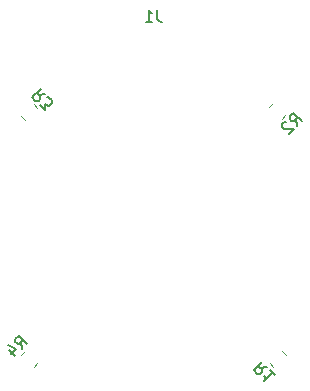
<source format=gbo>
%TF.GenerationSoftware,KiCad,Pcbnew,(6.0.1-0)*%
%TF.CreationDate,2022-03-28T18:36:01+02:00*%
%TF.ProjectId,Ring_Light_PCB,52696e67-5f4c-4696-9768-745f5043422e,1.0*%
%TF.SameCoordinates,Original*%
%TF.FileFunction,Legend,Bot*%
%TF.FilePolarity,Positive*%
%FSLAX46Y46*%
G04 Gerber Fmt 4.6, Leading zero omitted, Abs format (unit mm)*
G04 Created by KiCad (PCBNEW (6.0.1-0)) date 2022-03-28 18:36:01*
%MOMM*%
%LPD*%
G01*
G04 APERTURE LIST*
G04 Aperture macros list*
%AMRoundRect*
0 Rectangle with rounded corners*
0 $1 Rounding radius*
0 $2 $3 $4 $5 $6 $7 $8 $9 X,Y pos of 4 corners*
0 Add a 4 corners polygon primitive as box body*
4,1,4,$2,$3,$4,$5,$6,$7,$8,$9,$2,$3,0*
0 Add four circle primitives for the rounded corners*
1,1,$1+$1,$2,$3*
1,1,$1+$1,$4,$5*
1,1,$1+$1,$6,$7*
1,1,$1+$1,$8,$9*
0 Add four rect primitives between the rounded corners*
20,1,$1+$1,$2,$3,$4,$5,0*
20,1,$1+$1,$4,$5,$6,$7,0*
20,1,$1+$1,$6,$7,$8,$9,0*
20,1,$1+$1,$8,$9,$2,$3,0*%
%AMRotRect*
0 Rectangle, with rotation*
0 The origin of the aperture is its center*
0 $1 length*
0 $2 width*
0 $3 Rotation angle, in degrees counterclockwise*
0 Add horizontal line*
21,1,$1,$2,0,0,$3*%
G04 Aperture macros list end*
%ADD10C,0.150000*%
%ADD11C,0.120000*%
%ADD12R,1.700000X1.700000*%
%ADD13O,1.700000X1.700000*%
%ADD14RotRect,1.800000X1.800000X210.000000*%
%ADD15C,1.800000*%
%ADD16C,2.200000*%
%ADD17RotRect,1.800000X1.800000X330.000000*%
%ADD18RotRect,1.800000X1.800000X240.000000*%
%ADD19RotRect,1.800000X1.800000X300.000000*%
%ADD20R,1.800000X1.800000*%
%ADD21RotRect,1.800000X1.800000X120.000000*%
%ADD22RotRect,1.800000X1.800000X150.000000*%
%ADD23RotRect,1.800000X1.800000X60.000000*%
%ADD24RotRect,1.800000X1.800000X30.000000*%
%ADD25C,2.000000*%
%ADD26RoundRect,0.250000X-0.565685X-0.070711X-0.070711X-0.565685X0.565685X0.070711X0.070711X0.565685X0*%
%ADD27RoundRect,0.250000X0.070711X-0.565685X0.565685X-0.070711X-0.070711X0.565685X-0.565685X0.070711X0*%
%ADD28RoundRect,0.250000X-0.070711X0.565685X-0.565685X0.070711X0.070711X-0.565685X0.565685X-0.070711X0*%
%ADD29RoundRect,0.250000X0.565685X0.070711X0.070711X0.565685X-0.565685X-0.070711X-0.070711X-0.565685X0*%
G04 APERTURE END LIST*
D10*
%TO.C,J1*%
X131333333Y-69952380D02*
X131333333Y-70666666D01*
X131380952Y-70809523D01*
X131476190Y-70904761D01*
X131619047Y-70952380D01*
X131714285Y-70952380D01*
X130333333Y-70952380D02*
X130904761Y-70952380D01*
X130619047Y-70952380D02*
X130619047Y-69952380D01*
X130714285Y-70095238D01*
X130809523Y-70190476D01*
X130904761Y-70238095D01*
%TO.C,R3*%
X121852030Y-77037267D02*
X121279610Y-77138282D01*
X121447969Y-76633206D02*
X120740862Y-77340312D01*
X121010236Y-77609687D01*
X121111251Y-77643358D01*
X121178595Y-77643358D01*
X121279610Y-77609687D01*
X121380625Y-77508671D01*
X121414297Y-77407656D01*
X121414297Y-77340312D01*
X121380625Y-77239297D01*
X121111251Y-76969923D01*
X121380625Y-77980076D02*
X121818358Y-78417809D01*
X121852030Y-77912732D01*
X121953045Y-78013748D01*
X122054061Y-78047419D01*
X122121404Y-78047419D01*
X122222419Y-78013748D01*
X122390778Y-77845389D01*
X122424450Y-77744374D01*
X122424450Y-77677030D01*
X122390778Y-77576015D01*
X122188748Y-77373984D01*
X122087732Y-77340312D01*
X122020389Y-77340312D01*
%TO.C,R4*%
X119887732Y-98627030D02*
X119786717Y-98054610D01*
X120291793Y-98222969D02*
X119584687Y-97515862D01*
X119315312Y-97785236D01*
X119281641Y-97886251D01*
X119281641Y-97953595D01*
X119315312Y-98054610D01*
X119416328Y-98155625D01*
X119517343Y-98189297D01*
X119584687Y-98189297D01*
X119685702Y-98155625D01*
X119955076Y-97886251D01*
X118810236Y-98761717D02*
X119281641Y-99233122D01*
X118709221Y-98323984D02*
X119382656Y-98660702D01*
X118944923Y-99098435D01*
%TO.C,R2*%
X143137732Y-79777030D02*
X143036717Y-79204610D01*
X143541793Y-79372969D02*
X142834687Y-78665862D01*
X142565312Y-78935236D01*
X142531641Y-79036251D01*
X142531641Y-79103595D01*
X142565312Y-79204610D01*
X142666328Y-79305625D01*
X142767343Y-79339297D01*
X142834687Y-79339297D01*
X142935702Y-79305625D01*
X143205076Y-79036251D01*
X142228595Y-79406641D02*
X142161251Y-79406641D01*
X142060236Y-79440312D01*
X141891877Y-79608671D01*
X141858206Y-79709687D01*
X141858206Y-79777030D01*
X141891877Y-79878045D01*
X141959221Y-79945389D01*
X142093908Y-80012732D01*
X142902030Y-80012732D01*
X142464297Y-80450465D01*
%TO.C,R1*%
X140627030Y-100162267D02*
X140054610Y-100263282D01*
X140222969Y-99758206D02*
X139515862Y-100465312D01*
X139785236Y-100734687D01*
X139886251Y-100768358D01*
X139953595Y-100768358D01*
X140054610Y-100734687D01*
X140155625Y-100633671D01*
X140189297Y-100532656D01*
X140189297Y-100465312D01*
X140155625Y-100364297D01*
X139886251Y-100094923D01*
X141300465Y-100835702D02*
X140896404Y-100431641D01*
X141098435Y-100633671D02*
X140391328Y-101340778D01*
X140425000Y-101172419D01*
X140425000Y-101037732D01*
X140391328Y-100936717D01*
D11*
%TO.C,R3*%
X119819718Y-78959165D02*
X120140835Y-79280282D01*
X120859165Y-77919718D02*
X121180282Y-78240835D01*
%TO.C,R4*%
X120859165Y-100180282D02*
X121180282Y-99859165D01*
X119819718Y-99140835D02*
X120140835Y-98819718D01*
%TO.C,R2*%
X142180282Y-78859165D02*
X141859165Y-79180282D01*
X141140835Y-77819718D02*
X140819718Y-78140835D01*
%TO.C,R1*%
X142187389Y-99147942D02*
X141866272Y-98826825D01*
X141147942Y-100187389D02*
X140826825Y-99866272D01*
%TD*%
%LPC*%
D12*
%TO.C,J1*%
X129725000Y-68000000D03*
D13*
X132265000Y-68000000D03*
%TD*%
D14*
%TO.C,D11*%
X118970000Y-95960000D03*
D15*
X116770295Y-97230000D03*
%TD*%
D16*
%TO.C,REF\u002A\u002A*%
X117000000Y-103000000D03*
%TD*%
D17*
%TO.C,D1*%
X143060000Y-95930000D03*
D15*
X145259705Y-97200000D03*
%TD*%
D18*
%TO.C,D4*%
X124070000Y-101060000D03*
D15*
X122800000Y-103259705D03*
%TD*%
D16*
%TO.C,REF\u002A\u002A*%
X145000000Y-103000000D03*
%TD*%
%TO.C,REF\u002A\u002A*%
X145000000Y-75000000D03*
%TD*%
D19*
%TO.C,D12*%
X138002500Y-101025818D03*
D15*
X139272500Y-103225523D03*
%TD*%
D20*
%TO.C,D5*%
X144900000Y-89000000D03*
D15*
X147440000Y-89000000D03*
%TD*%
D20*
%TO.C,D8*%
X131000000Y-102900000D03*
D15*
X131000000Y-105440000D03*
%TD*%
D21*
%TO.C,D10*%
X124037500Y-76974182D03*
D15*
X122767500Y-74774477D03*
%TD*%
D20*
%TO.C,D6*%
X131000000Y-75100000D03*
D15*
X131000000Y-72560000D03*
%TD*%
D22*
%TO.C,D3*%
X118900000Y-82140000D03*
D15*
X116700295Y-80870000D03*
%TD*%
D16*
%TO.C,REF\u002A\u002A*%
X117000000Y-75000000D03*
%TD*%
D23*
%TO.C,D2*%
X137922500Y-76924182D03*
D15*
X139192500Y-74724477D03*
%TD*%
D24*
%TO.C,D9*%
X143045818Y-82067500D03*
D15*
X145245523Y-80797500D03*
%TD*%
D20*
%TO.C,D7*%
X117085000Y-89000000D03*
D15*
X114545000Y-89000000D03*
%TD*%
D25*
%TO.C,FID2*%
X114000000Y-72000000D03*
%TD*%
D26*
%TO.C,R3*%
X119792893Y-77892893D03*
X121207107Y-79307107D03*
%TD*%
D27*
%TO.C,R4*%
X119792893Y-100207107D03*
X121207107Y-98792893D03*
%TD*%
D25*
%TO.C,FID1*%
X148000000Y-106000000D03*
%TD*%
D28*
%TO.C,R2*%
X142207107Y-77792893D03*
X140792893Y-79207107D03*
%TD*%
D29*
%TO.C,R1*%
X142214214Y-100214214D03*
X140800000Y-98800000D03*
%TD*%
M02*

</source>
